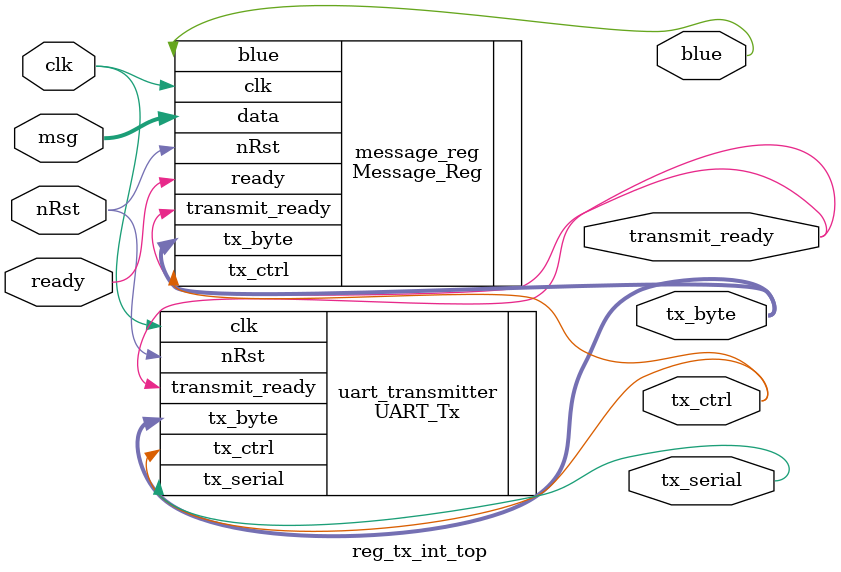
<source format=sv>
module reg_tx_int_top (
    input logic clk, nRst, ready,
    output logic tx_serial,
    output logic transmit_ready, blue, tx_ctrl,
    output logic [7:0] tx_byte,
    input logic [7:0] msg


);

// Testbench ports
localparam CLK_PERIOD = 10; // 100 Hz clk
// logic transmit_readymit_ready, blue, tx_ctrl;
// logic [7:0] msg, tx_byte;

// Portmap
Message_Reg message_reg (.clk(clk), .nRst(nRst), .ready(ready), .transmit_ready(transmit_ready), .data(msg), .blue(blue), .tx_ctrl(tx_ctrl), .tx_byte(tx_byte));
UART_Tx uart_transmitter (.clk(clk), .nRst(nRst), .tx_ctrl(tx_ctrl), .tx_byte(tx_byte), .transmit_ready(transmit_ready), .tx_serial(tx_serial));

endmodule


</source>
